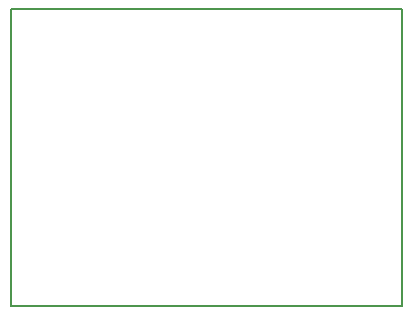
<source format=gbo>
G04 MADE WITH FRITZING*
G04 WWW.FRITZING.ORG*
G04 DOUBLE SIDED*
G04 HOLES PLATED*
G04 CONTOUR ON CENTER OF CONTOUR VECTOR*
%ASAXBY*%
%FSLAX23Y23*%
%MOIN*%
%OFA0B0*%
%SFA1.0B1.0*%
%ADD10R,1.309720X0.999228X1.293720X0.983228*%
%ADD11C,0.008000*%
%LNSILK0*%
G90*
G70*
G54D11*
X4Y995D02*
X1306Y995D01*
X1306Y4D01*
X4Y4D01*
X4Y995D01*
D02*
G04 End of Silk0*
M02*
</source>
